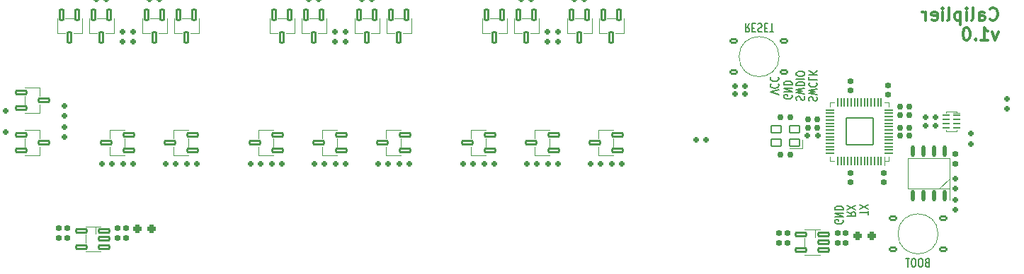
<source format=gbr>
%TF.GenerationSoftware,KiCad,Pcbnew,8.0.4*%
%TF.CreationDate,2024-09-01T22:21:07-05:00*%
%TF.ProjectId,caliper,63616c69-7065-4722-9e6b-696361645f70,rev?*%
%TF.SameCoordinates,Original*%
%TF.FileFunction,Legend,Bot*%
%TF.FilePolarity,Positive*%
%FSLAX46Y46*%
G04 Gerber Fmt 4.6, Leading zero omitted, Abs format (unit mm)*
G04 Created by KiCad (PCBNEW 8.0.4) date 2024-09-01 22:21:07*
%MOMM*%
%LPD*%
G01*
G04 APERTURE LIST*
G04 Aperture macros list*
%AMRoundRect*
0 Rectangle with rounded corners*
0 $1 Rounding radius*
0 $2 $3 $4 $5 $6 $7 $8 $9 X,Y pos of 4 corners*
0 Add a 4 corners polygon primitive as box body*
4,1,4,$2,$3,$4,$5,$6,$7,$8,$9,$2,$3,0*
0 Add four circle primitives for the rounded corners*
1,1,$1+$1,$2,$3*
1,1,$1+$1,$4,$5*
1,1,$1+$1,$6,$7*
1,1,$1+$1,$8,$9*
0 Add four rect primitives between the rounded corners*
20,1,$1+$1,$2,$3,$4,$5,0*
20,1,$1+$1,$4,$5,$6,$7,0*
20,1,$1+$1,$6,$7,$8,$9,0*
20,1,$1+$1,$8,$9,$2,$3,0*%
G04 Aperture macros list end*
%ADD10C,0.300000*%
%ADD11C,0.150000*%
%ADD12C,0.120000*%
%ADD13C,0.800000*%
%ADD14C,6.400000*%
%ADD15R,1.700000X1.700000*%
%ADD16O,1.700000X1.700000*%
%ADD17O,1.700000X0.900000*%
%ADD18O,2.400000X0.900000*%
%ADD19C,0.650000*%
%ADD20R,1.600000X1.600000*%
%ADD21O,1.600000X1.600000*%
%ADD22C,4.000000*%
%ADD23C,2.200000*%
%ADD24RoundRect,0.140000X0.360000X0.210000X-0.360000X0.210000X-0.360000X-0.210000X0.360000X-0.210000X0*%
%ADD25C,1.000000*%
%ADD26RoundRect,0.160000X0.160000X-0.197500X0.160000X0.197500X-0.160000X0.197500X-0.160000X-0.197500X0*%
%ADD27RoundRect,0.130000X0.195000X-0.650000X0.195000X0.650000X-0.195000X0.650000X-0.195000X-0.650000X0*%
%ADD28RoundRect,0.155000X0.212500X0.155000X-0.212500X0.155000X-0.212500X-0.155000X0.212500X-0.155000X0*%
%ADD29RoundRect,0.160000X0.197500X0.160000X-0.197500X0.160000X-0.197500X-0.160000X0.197500X-0.160000X0*%
%ADD30RoundRect,0.130000X-0.650000X-0.195000X0.650000X-0.195000X0.650000X0.195000X-0.650000X0.195000X0*%
%ADD31RoundRect,0.130000X0.650000X0.195000X-0.650000X0.195000X-0.650000X-0.195000X0.650000X-0.195000X0*%
%ADD32RoundRect,0.237500X0.287500X0.237500X-0.287500X0.237500X-0.287500X-0.237500X0.287500X-0.237500X0*%
%ADD33RoundRect,0.100000X0.600000X0.450000X-0.600000X0.450000X-0.600000X-0.450000X0.600000X-0.450000X0*%
%ADD34RoundRect,0.160000X-0.197500X-0.160000X0.197500X-0.160000X0.197500X0.160000X-0.197500X0.160000X0*%
%ADD35RoundRect,0.155000X-0.155000X0.212500X-0.155000X-0.212500X0.155000X-0.212500X0.155000X0.212500X0*%
%ADD36RoundRect,0.137500X0.137500X0.512500X-0.137500X0.512500X-0.137500X-0.512500X0.137500X-0.512500X0*%
%ADD37RoundRect,0.155000X0.155000X-0.212500X0.155000X0.212500X-0.155000X0.212500X-0.155000X-0.212500X0*%
%ADD38RoundRect,0.160000X-0.160000X0.197500X-0.160000X-0.197500X0.160000X-0.197500X0.160000X0.197500X0*%
%ADD39RoundRect,0.155000X-0.212500X-0.155000X0.212500X-0.155000X0.212500X0.155000X-0.212500X0.155000X0*%
%ADD40RoundRect,0.140000X-0.360000X-0.210000X0.360000X-0.210000X0.360000X0.210000X-0.360000X0.210000X0*%
%ADD41RoundRect,0.040000X0.060000X-0.460000X0.060000X0.460000X-0.060000X0.460000X-0.060000X-0.460000X0*%
%ADD42RoundRect,0.040000X-0.460000X-0.060000X0.460000X-0.060000X0.460000X0.060000X-0.460000X0.060000X0*%
%ADD43RoundRect,0.100000X-1.600000X-1.600000X1.600000X-1.600000X1.600000X1.600000X-1.600000X1.600000X0*%
%ADD44RoundRect,0.050000X-0.350000X0.050000X-0.350000X-0.050000X0.350000X-0.050000X0.350000X0.050000X0*%
G04 APERTURE END LIST*
D10*
X58588346Y12256944D02*
X58659774Y12185516D01*
X58659774Y12185516D02*
X58874060Y12114087D01*
X58874060Y12114087D02*
X59016917Y12114087D01*
X59016917Y12114087D02*
X59231203Y12185516D01*
X59231203Y12185516D02*
X59374060Y12328373D01*
X59374060Y12328373D02*
X59445489Y12471230D01*
X59445489Y12471230D02*
X59516917Y12756944D01*
X59516917Y12756944D02*
X59516917Y12971230D01*
X59516917Y12971230D02*
X59445489Y13256944D01*
X59445489Y13256944D02*
X59374060Y13399801D01*
X59374060Y13399801D02*
X59231203Y13542658D01*
X59231203Y13542658D02*
X59016917Y13614087D01*
X59016917Y13614087D02*
X58874060Y13614087D01*
X58874060Y13614087D02*
X58659774Y13542658D01*
X58659774Y13542658D02*
X58588346Y13471230D01*
X57302632Y12114087D02*
X57302632Y12899801D01*
X57302632Y12899801D02*
X57374060Y13042658D01*
X57374060Y13042658D02*
X57516917Y13114087D01*
X57516917Y13114087D02*
X57802632Y13114087D01*
X57802632Y13114087D02*
X57945489Y13042658D01*
X57302632Y12185516D02*
X57445489Y12114087D01*
X57445489Y12114087D02*
X57802632Y12114087D01*
X57802632Y12114087D02*
X57945489Y12185516D01*
X57945489Y12185516D02*
X58016917Y12328373D01*
X58016917Y12328373D02*
X58016917Y12471230D01*
X58016917Y12471230D02*
X57945489Y12614087D01*
X57945489Y12614087D02*
X57802632Y12685516D01*
X57802632Y12685516D02*
X57445489Y12685516D01*
X57445489Y12685516D02*
X57302632Y12756944D01*
X56374060Y12114087D02*
X56516917Y12185516D01*
X56516917Y12185516D02*
X56588346Y12328373D01*
X56588346Y12328373D02*
X56588346Y13614087D01*
X55802632Y12114087D02*
X55802632Y13114087D01*
X55802632Y13614087D02*
X55874060Y13542658D01*
X55874060Y13542658D02*
X55802632Y13471230D01*
X55802632Y13471230D02*
X55731203Y13542658D01*
X55731203Y13542658D02*
X55802632Y13614087D01*
X55802632Y13614087D02*
X55802632Y13471230D01*
X55088346Y13114087D02*
X55088346Y11614087D01*
X55088346Y13042658D02*
X54945489Y13114087D01*
X54945489Y13114087D02*
X54659774Y13114087D01*
X54659774Y13114087D02*
X54516917Y13042658D01*
X54516917Y13042658D02*
X54445489Y12971230D01*
X54445489Y12971230D02*
X54374060Y12828373D01*
X54374060Y12828373D02*
X54374060Y12399801D01*
X54374060Y12399801D02*
X54445489Y12256944D01*
X54445489Y12256944D02*
X54516917Y12185516D01*
X54516917Y12185516D02*
X54659774Y12114087D01*
X54659774Y12114087D02*
X54945489Y12114087D01*
X54945489Y12114087D02*
X55088346Y12185516D01*
X53516917Y12114087D02*
X53659774Y12185516D01*
X53659774Y12185516D02*
X53731203Y12328373D01*
X53731203Y12328373D02*
X53731203Y13614087D01*
X52945489Y12114087D02*
X52945489Y13114087D01*
X52945489Y13614087D02*
X53016917Y13542658D01*
X53016917Y13542658D02*
X52945489Y13471230D01*
X52945489Y13471230D02*
X52874060Y13542658D01*
X52874060Y13542658D02*
X52945489Y13614087D01*
X52945489Y13614087D02*
X52945489Y13471230D01*
X51659774Y12185516D02*
X51802631Y12114087D01*
X51802631Y12114087D02*
X52088346Y12114087D01*
X52088346Y12114087D02*
X52231203Y12185516D01*
X52231203Y12185516D02*
X52302631Y12328373D01*
X52302631Y12328373D02*
X52302631Y12899801D01*
X52302631Y12899801D02*
X52231203Y13042658D01*
X52231203Y13042658D02*
X52088346Y13114087D01*
X52088346Y13114087D02*
X51802631Y13114087D01*
X51802631Y13114087D02*
X51659774Y13042658D01*
X51659774Y13042658D02*
X51588346Y12899801D01*
X51588346Y12899801D02*
X51588346Y12756944D01*
X51588346Y12756944D02*
X52302631Y12614087D01*
X50945489Y12114087D02*
X50945489Y13114087D01*
X50945489Y12828373D02*
X50874060Y12971230D01*
X50874060Y12971230D02*
X50802632Y13042658D01*
X50802632Y13042658D02*
X50659774Y13114087D01*
X50659774Y13114087D02*
X50516917Y13114087D01*
X59588346Y10699171D02*
X59231203Y9699171D01*
X59231203Y9699171D02*
X58874060Y10699171D01*
X57516917Y9699171D02*
X58374060Y9699171D01*
X57945489Y9699171D02*
X57945489Y11199171D01*
X57945489Y11199171D02*
X58088346Y10984885D01*
X58088346Y10984885D02*
X58231203Y10842028D01*
X58231203Y10842028D02*
X58374060Y10770600D01*
X56874061Y9842028D02*
X56802632Y9770600D01*
X56802632Y9770600D02*
X56874061Y9699171D01*
X56874061Y9699171D02*
X56945489Y9770600D01*
X56945489Y9770600D02*
X56874061Y9842028D01*
X56874061Y9842028D02*
X56874061Y9699171D01*
X55874060Y11199171D02*
X55731203Y11199171D01*
X55731203Y11199171D02*
X55588346Y11127742D01*
X55588346Y11127742D02*
X55516918Y11056314D01*
X55516918Y11056314D02*
X55445489Y10913457D01*
X55445489Y10913457D02*
X55374060Y10627742D01*
X55374060Y10627742D02*
X55374060Y10270600D01*
X55374060Y10270600D02*
X55445489Y9984885D01*
X55445489Y9984885D02*
X55516918Y9842028D01*
X55516918Y9842028D02*
X55588346Y9770600D01*
X55588346Y9770600D02*
X55731203Y9699171D01*
X55731203Y9699171D02*
X55874060Y9699171D01*
X55874060Y9699171D02*
X56016918Y9770600D01*
X56016918Y9770600D02*
X56088346Y9842028D01*
X56088346Y9842028D02*
X56159775Y9984885D01*
X56159775Y9984885D02*
X56231203Y10270600D01*
X56231203Y10270600D02*
X56231203Y10627742D01*
X56231203Y10627742D02*
X56159775Y10913457D01*
X56159775Y10913457D02*
X56088346Y11056314D01*
X56088346Y11056314D02*
X56016918Y11127742D01*
X56016918Y11127742D02*
X55874060Y11199171D01*
D11*
X51085714Y-16931009D02*
X50971428Y-16978628D01*
X50971428Y-16978628D02*
X50933333Y-17026247D01*
X50933333Y-17026247D02*
X50895237Y-17121485D01*
X50895237Y-17121485D02*
X50895237Y-17264342D01*
X50895237Y-17264342D02*
X50933333Y-17359580D01*
X50933333Y-17359580D02*
X50971428Y-17407200D01*
X50971428Y-17407200D02*
X51047618Y-17454819D01*
X51047618Y-17454819D02*
X51352380Y-17454819D01*
X51352380Y-17454819D02*
X51352380Y-16454819D01*
X51352380Y-16454819D02*
X51085714Y-16454819D01*
X51085714Y-16454819D02*
X51009523Y-16502438D01*
X51009523Y-16502438D02*
X50971428Y-16550057D01*
X50971428Y-16550057D02*
X50933333Y-16645295D01*
X50933333Y-16645295D02*
X50933333Y-16740533D01*
X50933333Y-16740533D02*
X50971428Y-16835771D01*
X50971428Y-16835771D02*
X51009523Y-16883390D01*
X51009523Y-16883390D02*
X51085714Y-16931009D01*
X51085714Y-16931009D02*
X51352380Y-16931009D01*
X50399999Y-16454819D02*
X50247618Y-16454819D01*
X50247618Y-16454819D02*
X50171428Y-16502438D01*
X50171428Y-16502438D02*
X50095237Y-16597676D01*
X50095237Y-16597676D02*
X50057142Y-16788152D01*
X50057142Y-16788152D02*
X50057142Y-17121485D01*
X50057142Y-17121485D02*
X50095237Y-17311961D01*
X50095237Y-17311961D02*
X50171428Y-17407200D01*
X50171428Y-17407200D02*
X50247618Y-17454819D01*
X50247618Y-17454819D02*
X50399999Y-17454819D01*
X50399999Y-17454819D02*
X50476190Y-17407200D01*
X50476190Y-17407200D02*
X50552380Y-17311961D01*
X50552380Y-17311961D02*
X50590476Y-17121485D01*
X50590476Y-17121485D02*
X50590476Y-16788152D01*
X50590476Y-16788152D02*
X50552380Y-16597676D01*
X50552380Y-16597676D02*
X50476190Y-16502438D01*
X50476190Y-16502438D02*
X50399999Y-16454819D01*
X49561904Y-16454819D02*
X49409523Y-16454819D01*
X49409523Y-16454819D02*
X49333333Y-16502438D01*
X49333333Y-16502438D02*
X49257142Y-16597676D01*
X49257142Y-16597676D02*
X49219047Y-16788152D01*
X49219047Y-16788152D02*
X49219047Y-17121485D01*
X49219047Y-17121485D02*
X49257142Y-17311961D01*
X49257142Y-17311961D02*
X49333333Y-17407200D01*
X49333333Y-17407200D02*
X49409523Y-17454819D01*
X49409523Y-17454819D02*
X49561904Y-17454819D01*
X49561904Y-17454819D02*
X49638095Y-17407200D01*
X49638095Y-17407200D02*
X49714285Y-17311961D01*
X49714285Y-17311961D02*
X49752381Y-17121485D01*
X49752381Y-17121485D02*
X49752381Y-16788152D01*
X49752381Y-16788152D02*
X49714285Y-16597676D01*
X49714285Y-16597676D02*
X49638095Y-16502438D01*
X49638095Y-16502438D02*
X49561904Y-16454819D01*
X48990476Y-16454819D02*
X48533333Y-16454819D01*
X48761905Y-17454819D02*
X48761905Y-16454819D01*
X40997561Y-11859524D02*
X41045180Y-11935714D01*
X41045180Y-11935714D02*
X41045180Y-12050000D01*
X41045180Y-12050000D02*
X40997561Y-12164286D01*
X40997561Y-12164286D02*
X40902323Y-12240476D01*
X40902323Y-12240476D02*
X40807085Y-12278571D01*
X40807085Y-12278571D02*
X40616609Y-12316667D01*
X40616609Y-12316667D02*
X40473752Y-12316667D01*
X40473752Y-12316667D02*
X40283276Y-12278571D01*
X40283276Y-12278571D02*
X40188038Y-12240476D01*
X40188038Y-12240476D02*
X40092800Y-12164286D01*
X40092800Y-12164286D02*
X40045180Y-12050000D01*
X40045180Y-12050000D02*
X40045180Y-11973809D01*
X40045180Y-11973809D02*
X40092800Y-11859524D01*
X40092800Y-11859524D02*
X40140419Y-11821428D01*
X40140419Y-11821428D02*
X40473752Y-11821428D01*
X40473752Y-11821428D02*
X40473752Y-11973809D01*
X40045180Y-11478571D02*
X41045180Y-11478571D01*
X41045180Y-11478571D02*
X40045180Y-11021428D01*
X40045180Y-11021428D02*
X41045180Y-11021428D01*
X40045180Y-10640476D02*
X41045180Y-10640476D01*
X41045180Y-10640476D02*
X41045180Y-10450000D01*
X41045180Y-10450000D02*
X40997561Y-10335714D01*
X40997561Y-10335714D02*
X40902323Y-10259524D01*
X40902323Y-10259524D02*
X40807085Y-10221429D01*
X40807085Y-10221429D02*
X40616609Y-10183333D01*
X40616609Y-10183333D02*
X40473752Y-10183333D01*
X40473752Y-10183333D02*
X40283276Y-10221429D01*
X40283276Y-10221429D02*
X40188038Y-10259524D01*
X40188038Y-10259524D02*
X40092800Y-10335714D01*
X40092800Y-10335714D02*
X40045180Y-10450000D01*
X40045180Y-10450000D02*
X40045180Y-10640476D01*
X36992799Y2440475D02*
X36945179Y2554761D01*
X36945179Y2554761D02*
X36945179Y2745237D01*
X36945179Y2745237D02*
X36992799Y2821428D01*
X36992799Y2821428D02*
X37040418Y2859523D01*
X37040418Y2859523D02*
X37135656Y2897618D01*
X37135656Y2897618D02*
X37230894Y2897618D01*
X37230894Y2897618D02*
X37326132Y2859523D01*
X37326132Y2859523D02*
X37373751Y2821428D01*
X37373751Y2821428D02*
X37421370Y2745237D01*
X37421370Y2745237D02*
X37468989Y2592856D01*
X37468989Y2592856D02*
X37516608Y2516666D01*
X37516608Y2516666D02*
X37564227Y2478571D01*
X37564227Y2478571D02*
X37659465Y2440475D01*
X37659465Y2440475D02*
X37754703Y2440475D01*
X37754703Y2440475D02*
X37849941Y2478571D01*
X37849941Y2478571D02*
X37897560Y2516666D01*
X37897560Y2516666D02*
X37945179Y2592856D01*
X37945179Y2592856D02*
X37945179Y2783333D01*
X37945179Y2783333D02*
X37897560Y2897618D01*
X37945179Y3164285D02*
X36945179Y3354761D01*
X36945179Y3354761D02*
X37659465Y3507142D01*
X37659465Y3507142D02*
X36945179Y3659523D01*
X36945179Y3659523D02*
X37945179Y3850000D01*
X37040418Y4611905D02*
X36992799Y4573809D01*
X36992799Y4573809D02*
X36945179Y4459524D01*
X36945179Y4459524D02*
X36945179Y4383333D01*
X36945179Y4383333D02*
X36992799Y4269047D01*
X36992799Y4269047D02*
X37088037Y4192857D01*
X37088037Y4192857D02*
X37183275Y4154762D01*
X37183275Y4154762D02*
X37373751Y4116666D01*
X37373751Y4116666D02*
X37516608Y4116666D01*
X37516608Y4116666D02*
X37707084Y4154762D01*
X37707084Y4154762D02*
X37802322Y4192857D01*
X37802322Y4192857D02*
X37897560Y4269047D01*
X37897560Y4269047D02*
X37945179Y4383333D01*
X37945179Y4383333D02*
X37945179Y4459524D01*
X37945179Y4459524D02*
X37897560Y4573809D01*
X37897560Y4573809D02*
X37849941Y4611905D01*
X36945179Y5335714D02*
X36945179Y4954762D01*
X36945179Y4954762D02*
X37945179Y4954762D01*
X36945179Y5602381D02*
X37945179Y5602381D01*
X36945179Y6059524D02*
X37516608Y5716666D01*
X37945179Y6059524D02*
X37373751Y5602381D01*
X33350178Y3233333D02*
X32350178Y3500000D01*
X32350178Y3500000D02*
X33350178Y3766666D01*
X32445417Y4490476D02*
X32397798Y4452380D01*
X32397798Y4452380D02*
X32350178Y4338095D01*
X32350178Y4338095D02*
X32350178Y4261904D01*
X32350178Y4261904D02*
X32397798Y4147618D01*
X32397798Y4147618D02*
X32493036Y4071428D01*
X32493036Y4071428D02*
X32588274Y4033333D01*
X32588274Y4033333D02*
X32778750Y3995237D01*
X32778750Y3995237D02*
X32921607Y3995237D01*
X32921607Y3995237D02*
X33112083Y4033333D01*
X33112083Y4033333D02*
X33207321Y4071428D01*
X33207321Y4071428D02*
X33302559Y4147618D01*
X33302559Y4147618D02*
X33350178Y4261904D01*
X33350178Y4261904D02*
X33350178Y4338095D01*
X33350178Y4338095D02*
X33302559Y4452380D01*
X33302559Y4452380D02*
X33254940Y4490476D01*
X32445417Y5290476D02*
X32397798Y5252380D01*
X32397798Y5252380D02*
X32350178Y5138095D01*
X32350178Y5138095D02*
X32350178Y5061904D01*
X32350178Y5061904D02*
X32397798Y4947618D01*
X32397798Y4947618D02*
X32493036Y4871428D01*
X32493036Y4871428D02*
X32588274Y4833333D01*
X32588274Y4833333D02*
X32778750Y4795237D01*
X32778750Y4795237D02*
X32921607Y4795237D01*
X32921607Y4795237D02*
X33112083Y4833333D01*
X33112083Y4833333D02*
X33207321Y4871428D01*
X33207321Y4871428D02*
X33302559Y4947618D01*
X33302559Y4947618D02*
X33350178Y5061904D01*
X33350178Y5061904D02*
X33350178Y5138095D01*
X33350178Y5138095D02*
X33302559Y5252380D01*
X33302559Y5252380D02*
X33254940Y5290476D01*
X34897560Y3140477D02*
X34945179Y3064287D01*
X34945179Y3064287D02*
X34945179Y2950001D01*
X34945179Y2950001D02*
X34897560Y2835715D01*
X34897560Y2835715D02*
X34802322Y2759525D01*
X34802322Y2759525D02*
X34707084Y2721430D01*
X34707084Y2721430D02*
X34516608Y2683334D01*
X34516608Y2683334D02*
X34373751Y2683334D01*
X34373751Y2683334D02*
X34183275Y2721430D01*
X34183275Y2721430D02*
X34088037Y2759525D01*
X34088037Y2759525D02*
X33992799Y2835715D01*
X33992799Y2835715D02*
X33945179Y2950001D01*
X33945179Y2950001D02*
X33945179Y3026192D01*
X33945179Y3026192D02*
X33992799Y3140477D01*
X33992799Y3140477D02*
X34040418Y3178573D01*
X34040418Y3178573D02*
X34373751Y3178573D01*
X34373751Y3178573D02*
X34373751Y3026192D01*
X33945179Y3521430D02*
X34945179Y3521430D01*
X34945179Y3521430D02*
X33945179Y3978573D01*
X33945179Y3978573D02*
X34945179Y3978573D01*
X33945179Y4359525D02*
X34945179Y4359525D01*
X34945179Y4359525D02*
X34945179Y4550001D01*
X34945179Y4550001D02*
X34897560Y4664287D01*
X34897560Y4664287D02*
X34802322Y4740477D01*
X34802322Y4740477D02*
X34707084Y4778572D01*
X34707084Y4778572D02*
X34516608Y4816668D01*
X34516608Y4816668D02*
X34373751Y4816668D01*
X34373751Y4816668D02*
X34183275Y4778572D01*
X34183275Y4778572D02*
X34088037Y4740477D01*
X34088037Y4740477D02*
X33992799Y4664287D01*
X33992799Y4664287D02*
X33945179Y4550001D01*
X33945179Y4550001D02*
X33945179Y4359525D01*
X29838095Y11704819D02*
X29571428Y11228628D01*
X29380952Y11704819D02*
X29380952Y10704819D01*
X29380952Y10704819D02*
X29685714Y10704819D01*
X29685714Y10704819D02*
X29761904Y10752438D01*
X29761904Y10752438D02*
X29799999Y10800057D01*
X29799999Y10800057D02*
X29838095Y10895295D01*
X29838095Y10895295D02*
X29838095Y11038152D01*
X29838095Y11038152D02*
X29799999Y11133390D01*
X29799999Y11133390D02*
X29761904Y11181009D01*
X29761904Y11181009D02*
X29685714Y11228628D01*
X29685714Y11228628D02*
X29380952Y11228628D01*
X30180952Y11181009D02*
X30447618Y11181009D01*
X30561904Y11704819D02*
X30180952Y11704819D01*
X30180952Y11704819D02*
X30180952Y10704819D01*
X30180952Y10704819D02*
X30561904Y10704819D01*
X30866666Y11657200D02*
X30980952Y11704819D01*
X30980952Y11704819D02*
X31171428Y11704819D01*
X31171428Y11704819D02*
X31247619Y11657200D01*
X31247619Y11657200D02*
X31285714Y11609580D01*
X31285714Y11609580D02*
X31323809Y11514342D01*
X31323809Y11514342D02*
X31323809Y11419104D01*
X31323809Y11419104D02*
X31285714Y11323866D01*
X31285714Y11323866D02*
X31247619Y11276247D01*
X31247619Y11276247D02*
X31171428Y11228628D01*
X31171428Y11228628D02*
X31019047Y11181009D01*
X31019047Y11181009D02*
X30942857Y11133390D01*
X30942857Y11133390D02*
X30904762Y11085771D01*
X30904762Y11085771D02*
X30866666Y10990533D01*
X30866666Y10990533D02*
X30866666Y10895295D01*
X30866666Y10895295D02*
X30904762Y10800057D01*
X30904762Y10800057D02*
X30942857Y10752438D01*
X30942857Y10752438D02*
X31019047Y10704819D01*
X31019047Y10704819D02*
X31209524Y10704819D01*
X31209524Y10704819D02*
X31323809Y10752438D01*
X31666667Y11181009D02*
X31933333Y11181009D01*
X32047619Y11704819D02*
X31666667Y11704819D01*
X31666667Y11704819D02*
X31666667Y10704819D01*
X31666667Y10704819D02*
X32047619Y10704819D01*
X32276191Y10704819D02*
X32733334Y10704819D01*
X32504762Y11704819D02*
X32504762Y10704819D01*
X44045180Y-11205523D02*
X44045180Y-10748380D01*
X43045180Y-10976952D02*
X44045180Y-10976952D01*
X44045180Y-10557904D02*
X43045180Y-10024570D01*
X44045180Y-10024570D02*
X43045180Y-10557904D01*
X41545180Y-10883332D02*
X42021371Y-11149999D01*
X41545180Y-11340475D02*
X42545180Y-11340475D01*
X42545180Y-11340475D02*
X42545180Y-11035713D01*
X42545180Y-11035713D02*
X42497561Y-10959523D01*
X42497561Y-10959523D02*
X42449942Y-10921428D01*
X42449942Y-10921428D02*
X42354704Y-10883332D01*
X42354704Y-10883332D02*
X42211847Y-10883332D01*
X42211847Y-10883332D02*
X42116609Y-10921428D01*
X42116609Y-10921428D02*
X42068990Y-10959523D01*
X42068990Y-10959523D02*
X42021371Y-11035713D01*
X42021371Y-11035713D02*
X42021371Y-11340475D01*
X42545180Y-10616666D02*
X41545180Y-10083332D01*
X42545180Y-10083332D02*
X41545180Y-10616666D01*
X35492799Y2554761D02*
X35445179Y2669047D01*
X35445179Y2669047D02*
X35445179Y2859523D01*
X35445179Y2859523D02*
X35492799Y2935714D01*
X35492799Y2935714D02*
X35540418Y2973809D01*
X35540418Y2973809D02*
X35635656Y3011904D01*
X35635656Y3011904D02*
X35730894Y3011904D01*
X35730894Y3011904D02*
X35826132Y2973809D01*
X35826132Y2973809D02*
X35873751Y2935714D01*
X35873751Y2935714D02*
X35921370Y2859523D01*
X35921370Y2859523D02*
X35968989Y2707142D01*
X35968989Y2707142D02*
X36016608Y2630952D01*
X36016608Y2630952D02*
X36064227Y2592857D01*
X36064227Y2592857D02*
X36159465Y2554761D01*
X36159465Y2554761D02*
X36254703Y2554761D01*
X36254703Y2554761D02*
X36349941Y2592857D01*
X36349941Y2592857D02*
X36397560Y2630952D01*
X36397560Y2630952D02*
X36445179Y2707142D01*
X36445179Y2707142D02*
X36445179Y2897619D01*
X36445179Y2897619D02*
X36397560Y3011904D01*
X36445179Y3278571D02*
X35445179Y3469047D01*
X35445179Y3469047D02*
X36159465Y3621428D01*
X36159465Y3621428D02*
X35445179Y3773809D01*
X35445179Y3773809D02*
X36445179Y3964286D01*
X35445179Y4269048D02*
X36445179Y4269048D01*
X36445179Y4269048D02*
X36445179Y4459524D01*
X36445179Y4459524D02*
X36397560Y4573810D01*
X36397560Y4573810D02*
X36302322Y4650000D01*
X36302322Y4650000D02*
X36207084Y4688095D01*
X36207084Y4688095D02*
X36016608Y4726191D01*
X36016608Y4726191D02*
X35873751Y4726191D01*
X35873751Y4726191D02*
X35683275Y4688095D01*
X35683275Y4688095D02*
X35588037Y4650000D01*
X35588037Y4650000D02*
X35492799Y4573810D01*
X35492799Y4573810D02*
X35445179Y4459524D01*
X35445179Y4459524D02*
X35445179Y4269048D01*
X35445179Y5069048D02*
X36445179Y5069048D01*
X36445179Y5602381D02*
X36445179Y5754762D01*
X36445179Y5754762D02*
X36397560Y5830952D01*
X36397560Y5830952D02*
X36302322Y5907143D01*
X36302322Y5907143D02*
X36111846Y5945238D01*
X36111846Y5945238D02*
X35778513Y5945238D01*
X35778513Y5945238D02*
X35588037Y5907143D01*
X35588037Y5907143D02*
X35492799Y5830952D01*
X35492799Y5830952D02*
X35445179Y5754762D01*
X35445179Y5754762D02*
X35445179Y5602381D01*
X35445179Y5602381D02*
X35492799Y5526190D01*
X35492799Y5526190D02*
X35588037Y5450000D01*
X35588037Y5450000D02*
X35778513Y5411904D01*
X35778513Y5411904D02*
X36111846Y5411904D01*
X36111846Y5411904D02*
X36302322Y5450000D01*
X36302322Y5450000D02*
X36397560Y5526190D01*
X36397560Y5526190D02*
X36445179Y5602381D01*
D12*
%TO.C,SW2*%
X52400000Y-13500000D02*
G75*
G02*
X47600000Y-13500000I-2400000J0D01*
G01*
X47600000Y-13500000D02*
G75*
G02*
X52400000Y-13500000I2400000J0D01*
G01*
%TO.C,Q1*%
X8025000Y12330000D02*
X8025000Y10530000D01*
X8025000Y10530000D02*
X9025000Y10530000D01*
X9025000Y12330000D02*
X10025000Y12330000D01*
X10025000Y10530000D02*
X11025000Y10530000D01*
X11025000Y10530000D02*
X11025000Y12330000D01*
%TO.C,Q8*%
X-38965000Y12330000D02*
X-38965000Y10530000D01*
X-38965000Y10530000D02*
X-37965000Y10530000D01*
X-37965000Y12330000D02*
X-36965000Y12330000D01*
X-36965000Y10530000D02*
X-35965000Y10530000D01*
X-35965000Y10530000D02*
X-35965000Y12330000D01*
%TO.C,Q19*%
X-39000000Y-1050000D02*
X-39000000Y-2050000D01*
X-39000000Y-3050000D02*
X-39000000Y-4050000D01*
X-39000000Y-4050000D02*
X-37200000Y-4050000D01*
X-37200000Y-1050000D02*
X-39000000Y-1050000D01*
X-37200000Y-2050000D02*
X-37200000Y-3050000D01*
%TO.C,Q6*%
X-49125000Y12330000D02*
X-49125000Y10530000D01*
X-49125000Y10530000D02*
X-48125000Y10530000D01*
X-48125000Y12330000D02*
X-47125000Y12330000D01*
X-47125000Y10530000D02*
X-46125000Y10530000D01*
X-46125000Y10530000D02*
X-46125000Y12330000D01*
%TO.C,U5*%
X-49549000Y-14607000D02*
X-49549000Y-13607000D01*
X-49549000Y-15607000D02*
X-47749000Y-15607000D01*
X-48349000Y-13507000D02*
X-48349000Y-12607000D01*
X-47749000Y-12607000D02*
X-49549000Y-12607000D01*
%TO.C,X1*%
X34649999Y-3250000D02*
X36149999Y-3250000D01*
X36149999Y-3250000D02*
X36149999Y-2250000D01*
%TO.C,Q16*%
X-13600000Y-1050000D02*
X-13600000Y-2050000D01*
X-13600000Y-3050000D02*
X-13600000Y-4050000D01*
X-13600000Y-4050000D02*
X-11800000Y-4050000D01*
X-11800000Y-1050000D02*
X-13600000Y-1050000D01*
X-11800000Y-2050000D02*
X-11800000Y-3050000D01*
%TO.C,Q12*%
X11835000Y12330000D02*
X11835000Y10530000D01*
X11835000Y10530000D02*
X12835000Y10530000D01*
X12835000Y12330000D02*
X13835000Y12330000D01*
X13835000Y10530000D02*
X14835000Y10530000D01*
X14835000Y10530000D02*
X14835000Y12330000D01*
%TO.C,Q10*%
X-13565000Y12330000D02*
X-13565000Y10530000D01*
X-13565000Y10530000D02*
X-12565000Y10530000D01*
X-12565000Y12330000D02*
X-11565000Y12330000D01*
X-11565000Y10530000D02*
X-10565000Y10530000D01*
X-10565000Y10530000D02*
X-10565000Y12330000D01*
%TO.C,Q5*%
X-42775000Y12330000D02*
X-42775000Y10530000D01*
X-42775000Y10530000D02*
X-41775000Y10530000D01*
X-41775000Y12330000D02*
X-40775000Y12330000D01*
X-40775000Y10530000D02*
X-39775000Y10530000D01*
X-39775000Y10530000D02*
X-39775000Y12330000D01*
%TO.C,Q3*%
X-17375000Y12330000D02*
X-17375000Y10530000D01*
X-17375000Y10530000D02*
X-16375000Y10530000D01*
X-16375000Y12330000D02*
X-15375000Y12330000D01*
X-15375000Y10530000D02*
X-14375000Y10530000D01*
X-14375000Y10530000D02*
X-14375000Y12330000D01*
%TO.C,U7*%
X53750000Y-6850000D02*
X52550000Y-8050000D01*
X53750000Y-9450000D02*
X53750000Y-8050000D01*
X48750000Y-8050000D02*
X53750000Y-8050000D01*
X53750000Y-4450000D01*
X48750000Y-4450000D01*
X48750000Y-8050000D01*
%TO.C,Q9*%
X-27535000Y12330000D02*
X-27535000Y10530000D01*
X-27535000Y10530000D02*
X-26535000Y10530000D01*
X-26535000Y12330000D02*
X-25535000Y12330000D01*
X-25535000Y10530000D02*
X-24535000Y10530000D01*
X-24535000Y10530000D02*
X-24535000Y12330000D01*
%TO.C,Q11*%
X-2135000Y12330000D02*
X-2135000Y10530000D01*
X-2135000Y10530000D02*
X-1135000Y10530000D01*
X-1135000Y12330000D02*
X-135000Y12330000D01*
X-135000Y10530000D02*
X865000Y10530000D01*
X865000Y10530000D02*
X865000Y12330000D01*
%TO.C,Q15*%
X-3440000Y-1050000D02*
X-3440000Y-2050000D01*
X-3440000Y-3050000D02*
X-3440000Y-4050000D01*
X-3440000Y-4050000D02*
X-1640000Y-4050000D01*
X-1640000Y-1050000D02*
X-3440000Y-1050000D01*
X-1640000Y-2050000D02*
X-1640000Y-3050000D01*
%TO.C,Q20*%
X-46620000Y-1050000D02*
X-46620000Y-2050000D01*
X-46620000Y-3050000D02*
X-46620000Y-4050000D01*
X-46620000Y-4050000D02*
X-44820000Y-4050000D01*
X-44820000Y-1050000D02*
X-46620000Y-1050000D01*
X-44820000Y-2050000D02*
X-44820000Y-3050000D01*
%TO.C,Q18*%
X-28840000Y-1050000D02*
X-28840000Y-2050000D01*
X-28840000Y-3050000D02*
X-28840000Y-4050000D01*
X-28840000Y-4050000D02*
X-27040000Y-4050000D01*
X-27040000Y-1050000D02*
X-28840000Y-1050000D01*
X-27040000Y-2050000D02*
X-27040000Y-3050000D01*
%TO.C,Q13*%
X11800000Y-1050000D02*
X11800000Y-2050000D01*
X11800000Y-3050000D02*
X11800000Y-4050000D01*
X11800000Y-4050000D02*
X13600000Y-4050000D01*
X13600000Y-1050000D02*
X11800000Y-1050000D01*
X13600000Y-2050000D02*
X13600000Y-3050000D01*
%TO.C,Q4*%
X-23725000Y12330000D02*
X-23725000Y10530000D01*
X-23725000Y10530000D02*
X-22725000Y10530000D01*
X-22725000Y12330000D02*
X-21725000Y12330000D01*
X-21725000Y10530000D02*
X-20725000Y10530000D01*
X-20725000Y10530000D02*
X-20725000Y12330000D01*
%TO.C,Q22*%
X-56780000Y2030000D02*
X-56780000Y3030000D01*
X-56780000Y1030000D02*
X-54980000Y1030000D01*
X-54980000Y4030000D02*
X-56780000Y4030000D01*
X-54980000Y3030000D02*
X-54980000Y4030000D01*
X-54980000Y1030000D02*
X-54980000Y2030000D01*
%TO.C,SW1*%
X33400000Y7750000D02*
G75*
G02*
X28600000Y7750000I-2400000J0D01*
G01*
X28600000Y7750000D02*
G75*
G02*
X33400000Y7750000I2400000J0D01*
G01*
%TO.C,U6*%
X39500000Y2250000D02*
X40000000Y2250000D01*
X39500000Y1750000D02*
X39500000Y2250000D01*
X39500000Y-4750000D02*
X39500000Y-4250000D01*
X40000000Y-4750000D02*
X39500000Y-4750000D01*
X46000000Y2250000D02*
X46500000Y2250000D01*
X46000000Y-4250000D02*
X46000000Y-5250000D01*
X46500000Y2250000D02*
X46500000Y1750000D01*
X46500000Y-4250000D02*
X46500000Y-4750000D01*
X46500000Y-4750000D02*
X46000000Y-4750000D01*
%TO.C,Q14*%
X4180000Y-1050000D02*
X4180000Y-2050000D01*
X4180000Y-3050000D02*
X4180000Y-4050000D01*
X4180000Y-4050000D02*
X5980000Y-4050000D01*
X5980000Y-1050000D02*
X4180000Y-1050000D01*
X5980000Y-2050000D02*
X5980000Y-3050000D01*
%TO.C,Q7*%
X-52935000Y12330000D02*
X-52935000Y10530000D01*
X-52935000Y10530000D02*
X-51935000Y10530000D01*
X-51935000Y12330000D02*
X-50935000Y12330000D01*
X-50935000Y10530000D02*
X-49935000Y10530000D01*
X-49935000Y10530000D02*
X-49935000Y12330000D01*
%TO.C,Q17*%
X-21220000Y-1050000D02*
X-21220000Y-2050000D01*
X-21220000Y-3050000D02*
X-21220000Y-4050000D01*
X-21220000Y-4050000D02*
X-19420000Y-4050000D01*
X-19420000Y-1050000D02*
X-21220000Y-1050000D01*
X-19420000Y-2050000D02*
X-19420000Y-3050000D01*
%TO.C,U1*%
X36468358Y-15000000D02*
X36468358Y-14000000D01*
X36468358Y-16000000D02*
X38268358Y-16000000D01*
X37668358Y-13900000D02*
X37668358Y-13000000D01*
X38268358Y-13000000D02*
X36468358Y-13000000D01*
%TO.C,Q21*%
X-56780000Y-3050000D02*
X-56780000Y-2050000D01*
X-56780000Y-4050000D02*
X-54980000Y-4050000D01*
X-54980000Y-1050000D02*
X-56780000Y-1050000D01*
X-54980000Y-2050000D02*
X-54980000Y-1050000D01*
X-54980000Y-4050000D02*
X-54980000Y-3050000D01*
%TO.C,Q2*%
X1675000Y12330000D02*
X1675000Y10530000D01*
X1675000Y10530000D02*
X2675000Y10530000D01*
X2675000Y12330000D02*
X3675000Y12330000D01*
X3675000Y10530000D02*
X4675000Y10530000D01*
X4675000Y10530000D02*
X4675000Y12330000D01*
%TO.C,D1*%
X53400000Y1200000D02*
X54600000Y1200000D01*
X53400000Y1000000D02*
X53400000Y1200000D01*
X53400000Y-1000000D02*
X53400000Y-1200000D01*
X53400000Y-1200000D02*
X54600000Y-1200000D01*
X54200000Y1000000D02*
X54600000Y1000000D01*
X54600000Y1000000D02*
X54600000Y1200000D01*
X54600000Y-1000000D02*
X54600000Y-1200000D01*
X55000000Y1000000D02*
X54600000Y1000000D01*
%TD*%
%LPC*%
D13*
%TO.C,M5*%
X-71400000Y9000000D03*
X-70697056Y10697056D03*
X-70697056Y7302944D03*
X-69000000Y11400000D03*
D14*
X-69000000Y9000000D03*
D13*
X-69000000Y6600000D03*
X-67302944Y10697056D03*
X-67302944Y7302944D03*
X-66600000Y9000000D03*
%TD*%
%TO.C,M1*%
X-63360000Y12690000D03*
X-62657056Y14387056D03*
X-62657056Y10992944D03*
X-60960000Y15090000D03*
D14*
X-60960000Y12690000D03*
D13*
X-60960000Y10290000D03*
X-59262944Y14387056D03*
X-59262944Y10992944D03*
X-58560000Y12690000D03*
%TD*%
%TO.C,M3*%
X17920000Y12690000D03*
X18622944Y14387056D03*
X18622944Y10992944D03*
X20320000Y15090000D03*
D14*
X20320000Y12690000D03*
D13*
X20320000Y10290000D03*
X22017056Y14387056D03*
X22017056Y10992944D03*
X22720000Y12690000D03*
%TD*%
D15*
%TO.C,J2*%
X-63500000Y3800000D03*
D16*
X-63500000Y1260000D03*
X-63500000Y-1280000D03*
X-63500000Y-3820000D03*
%TD*%
D17*
%TO.C,J1*%
X62260000Y-4325000D03*
D18*
X58880000Y-4325000D03*
D17*
X62260000Y4325000D03*
D18*
X58880000Y4325000D03*
D19*
X57900000Y-2975000D03*
X57900000Y-2125000D03*
X57900000Y-1275000D03*
X57900000Y-425000D03*
X57900000Y425000D03*
X57900000Y1275000D03*
X57900000Y2125000D03*
X57900000Y2975000D03*
X59250000Y2975000D03*
X59250000Y2125000D03*
X59250000Y1275000D03*
X59250000Y425000D03*
X59250000Y-425000D03*
X59250000Y-1275000D03*
X59250000Y-2125000D03*
X59250000Y-2975000D03*
%TD*%
D20*
%TO.C,U4*%
X-5080000Y-7630000D03*
D21*
X-2540000Y-7630000D03*
X0Y-7630000D03*
X2540000Y-7630000D03*
X5080000Y-7630000D03*
X7620000Y-7630000D03*
X10160000Y-7630000D03*
X12700000Y-7630000D03*
X15240000Y-7630000D03*
X15240000Y7610000D03*
X12700000Y7610000D03*
X10160000Y7610000D03*
X7620000Y7610000D03*
X5080000Y7610000D03*
X2540000Y7610000D03*
X0Y7610000D03*
X-2540000Y7610000D03*
X-5080000Y7610000D03*
%TD*%
D20*
%TO.C,U3*%
X-30480000Y-7630000D03*
D21*
X-27940000Y-7630000D03*
X-25400000Y-7630000D03*
X-22860000Y-7630000D03*
X-20320000Y-7630000D03*
X-17780000Y-7630000D03*
X-15240000Y-7630000D03*
X-12700000Y-7630000D03*
X-10160000Y-7630000D03*
X-10160000Y7610000D03*
X-12700000Y7610000D03*
X-15240000Y7610000D03*
X-17780000Y7610000D03*
X-20320000Y7610000D03*
X-22860000Y7610000D03*
X-25400000Y7610000D03*
X-27940000Y7610000D03*
X-30480000Y7610000D03*
%TD*%
D13*
%TO.C,M4*%
X17920000Y-12710000D03*
X18622944Y-11012944D03*
X18622944Y-14407056D03*
X20320000Y-10310000D03*
D14*
X20320000Y-12710000D03*
D13*
X20320000Y-15110000D03*
X22017056Y-11012944D03*
X22017056Y-14407056D03*
X22720000Y-12710000D03*
%TD*%
D22*
%TO.C,SW3*%
X29210000Y-10000D03*
D23*
X24130000Y2530000D03*
X26670000Y-3820000D03*
%TD*%
D20*
%TO.C,U2*%
X-55880000Y-7630000D03*
D21*
X-53340000Y-7630000D03*
X-50800000Y-7630000D03*
X-48260000Y-7630000D03*
X-45720000Y-7630000D03*
X-43180000Y-7630000D03*
X-40640000Y-7630000D03*
X-38100000Y-7630000D03*
X-35560000Y-7630000D03*
X-35560000Y7610000D03*
X-38100000Y7610000D03*
X-40640000Y7610000D03*
X-43180000Y7610000D03*
X-45720000Y7610000D03*
X-48260000Y7610000D03*
X-50800000Y7610000D03*
X-53340000Y7610000D03*
X-55880000Y7610000D03*
%TD*%
D13*
%TO.C,M2*%
X-63360000Y-12710000D03*
X-62657056Y-11012944D03*
X-62657056Y-14407056D03*
X-60960000Y-10310000D03*
D14*
X-60960000Y-12710000D03*
D13*
X-60960000Y-15110000D03*
X-59262944Y-11012944D03*
X-59262944Y-14407056D03*
X-58560000Y-12710000D03*
%TD*%
D24*
%TO.C,SW2*%
X53000000Y-11650000D03*
X47000000Y-11650000D03*
X53000000Y-15350000D03*
X47000000Y-15350000D03*
%TD*%
D25*
%TO.C,tGND1*%
X40500000Y-9250000D03*
%TD*%
D26*
%TO.C,R25*%
X-19685000Y9552500D03*
X-19685000Y10747500D03*
%TD*%
D27*
%TO.C,Q1*%
X8575000Y12780000D03*
X10475000Y12780000D03*
X9525000Y10080000D03*
%TD*%
%TO.C,Q8*%
X-38415000Y12780000D03*
X-36515000Y12780000D03*
X-37465000Y10080000D03*
%TD*%
D28*
%TO.C,C18*%
X37967500Y240000D03*
X36832500Y240000D03*
%TD*%
D26*
%TO.C,R26*%
X-18415000Y9552500D03*
X-18415000Y10747500D03*
%TD*%
D29*
%TO.C,R7*%
X-43852500Y-5090000D03*
X-45047500Y-5090000D03*
%TD*%
D30*
%TO.C,Q19*%
X-36750000Y-1600000D03*
X-36750000Y-3500000D03*
X-39450000Y-2550000D03*
%TD*%
D29*
%TO.C,R30*%
X29347500Y4250000D03*
X28152500Y4250000D03*
%TD*%
D27*
%TO.C,Q6*%
X-48575000Y12780000D03*
X-46675000Y12780000D03*
X-47625000Y10080000D03*
%TD*%
D31*
%TO.C,U5*%
X-47299000Y-13157000D03*
X-47299000Y-14107000D03*
X-47299000Y-15057000D03*
X-49999000Y-15057000D03*
X-49999000Y-13157000D03*
%TD*%
D32*
%TO.C,FB2*%
X-41595001Y-12912500D03*
X-43345001Y-12912500D03*
%TD*%
D26*
%TO.C,R35*%
X-52070000Y-1877500D03*
X-52070000Y-682500D03*
%TD*%
D29*
%TO.C,R5*%
X3772500Y14605000D03*
X2577500Y14605000D03*
%TD*%
%TO.C,R6*%
X10122500Y14605000D03*
X8927500Y14605000D03*
%TD*%
D26*
%TO.C,R24*%
X-43815000Y9562500D03*
X-43815000Y10757500D03*
%TD*%
%TO.C,R28*%
X6985000Y9552500D03*
X6985000Y10747500D03*
%TD*%
D33*
%TO.C,X1*%
X35249999Y-2550000D03*
X33049999Y-2550000D03*
X33049999Y-950000D03*
X35249999Y-950000D03*
%TD*%
D30*
%TO.C,Q16*%
X-11350000Y-1600000D03*
X-11350000Y-3500000D03*
X-14050000Y-2550000D03*
%TD*%
D27*
%TO.C,Q12*%
X12385000Y12780000D03*
X14285000Y12780000D03*
X13335000Y10080000D03*
%TD*%
D29*
%TO.C,R2*%
X-40677500Y14605000D03*
X-41872500Y14605000D03*
%TD*%
D34*
%TO.C,R29*%
X28152500Y3250000D03*
X29347500Y3250000D03*
%TD*%
D29*
%TO.C,R38*%
X37997499Y-1750000D03*
X36802499Y-1750000D03*
%TD*%
%TO.C,R1*%
X-47027500Y14605000D03*
X-48222500Y14605000D03*
%TD*%
D35*
%TO.C,C13*%
X41900000Y-6182500D03*
X41900000Y-7317500D03*
%TD*%
D27*
%TO.C,Q10*%
X-13015000Y12780000D03*
X-11115000Y12780000D03*
X-12065000Y10080000D03*
%TD*%
%TO.C,Q5*%
X-42225000Y12780000D03*
X-40325000Y12780000D03*
X-41275000Y10080000D03*
%TD*%
D29*
%TO.C,R4*%
X-15277500Y14605000D03*
X-16472500Y14605000D03*
%TD*%
%TO.C,R3*%
X-21627500Y14605000D03*
X-22822500Y14605000D03*
%TD*%
%TO.C,R12*%
X-672500Y-5090000D03*
X-1867500Y-5090000D03*
%TD*%
D27*
%TO.C,Q3*%
X-16825000Y12780000D03*
X-14925000Y12780000D03*
X-15875000Y10080000D03*
%TD*%
D35*
%TO.C,C2*%
X40368358Y-13432500D03*
X40368358Y-14567500D03*
%TD*%
D26*
%TO.C,R27*%
X5715000Y9562500D03*
X5715000Y10757500D03*
%TD*%
D36*
%TO.C,U7*%
X53155000Y-8900000D03*
X51885000Y-8900000D03*
X50615000Y-8900000D03*
X49345000Y-8900000D03*
X49345000Y-3600000D03*
X50615000Y-3600000D03*
X51885000Y-3600000D03*
X53155000Y-3600000D03*
%TD*%
D32*
%TO.C,FB1*%
X44493358Y-13750000D03*
X42743358Y-13750000D03*
%TD*%
D37*
%TO.C,C15*%
X41899999Y3682500D03*
X41899999Y4817500D03*
%TD*%
D27*
%TO.C,Q9*%
X-26985000Y12780000D03*
X-25085000Y12780000D03*
X-26035000Y10080000D03*
%TD*%
D29*
%TO.C,R15*%
X-46392500Y-5090000D03*
X-47587500Y-5090000D03*
%TD*%
D27*
%TO.C,Q11*%
X-1585000Y12780000D03*
X315000Y12780000D03*
X-635000Y10080000D03*
%TD*%
D34*
%TO.C,R42*%
X23432500Y-2190000D03*
X24627500Y-2190000D03*
%TD*%
D38*
%TO.C,R39*%
X54500000Y-9402500D03*
X54500000Y-10597500D03*
%TD*%
D29*
%TO.C,R8*%
X-36232500Y-5090000D03*
X-37427500Y-5090000D03*
%TD*%
D30*
%TO.C,Q15*%
X-1190000Y-1600000D03*
X-1190000Y-3500000D03*
X-3890000Y-2550000D03*
%TD*%
D35*
%TO.C,C6*%
X-45720000Y-12845000D03*
X-45720000Y-13980000D03*
%TD*%
D39*
%TO.C,C12*%
X47832500Y-790000D03*
X48967500Y-790000D03*
%TD*%
D26*
%TO.C,R33*%
X60600000Y1502500D03*
X60600000Y2697500D03*
%TD*%
D29*
%TO.C,R10*%
X-18452500Y-5090000D03*
X-19647500Y-5090000D03*
%TD*%
D35*
%TO.C,C11*%
X45899999Y-6182500D03*
X45899999Y-7317500D03*
%TD*%
D25*
%TO.C,tSWCLK1*%
X37399999Y1750000D03*
%TD*%
D34*
%TO.C,R41*%
X-60287500Y1260000D03*
X-59092500Y1260000D03*
%TD*%
D30*
%TO.C,Q20*%
X-44370000Y-1600000D03*
X-44370000Y-3500000D03*
X-47070000Y-2550000D03*
%TD*%
D39*
%TO.C,C17*%
X47832499Y-1750000D03*
X48967499Y-1750000D03*
%TD*%
D35*
%TO.C,C5*%
X-44720000Y-12845000D03*
X-44720000Y-13980000D03*
%TD*%
%TO.C,C8*%
X-52720000Y-12844999D03*
X-52720000Y-13979999D03*
%TD*%
D30*
%TO.C,Q18*%
X-26590000Y-1600000D03*
X-26590000Y-3500000D03*
X-29290000Y-2550000D03*
%TD*%
D38*
%TO.C,R32*%
X56320000Y-1502500D03*
X56320000Y-2697500D03*
%TD*%
D30*
%TO.C,Q13*%
X14050000Y-1600000D03*
X14050000Y-3500000D03*
X11350000Y-2550000D03*
%TD*%
D25*
%TO.C,tRUN1*%
X32899999Y2300000D03*
%TD*%
D27*
%TO.C,Q4*%
X-23175000Y12780000D03*
X-21275000Y12780000D03*
X-22225000Y10080000D03*
%TD*%
D29*
%TO.C,R20*%
X-3212500Y-5090000D03*
X-4407500Y-5090000D03*
%TD*%
D35*
%TO.C,C19*%
X54500000Y-3932500D03*
X54500000Y-5067500D03*
%TD*%
D39*
%TO.C,C21*%
X33582499Y500000D03*
X34717499Y500000D03*
%TD*%
D38*
%TO.C,R37*%
X54500000Y-6902500D03*
X54500000Y-8097500D03*
%TD*%
D25*
%TO.C,tGND2*%
X34399999Y1750000D03*
%TD*%
D34*
%TO.C,R31*%
X50902500Y-500000D03*
X52097500Y-500000D03*
%TD*%
D29*
%TO.C,R11*%
X-10832500Y-5090000D03*
X-12027500Y-5090000D03*
%TD*%
D35*
%TO.C,C7*%
X-51719999Y-12845000D03*
X-51719999Y-13980000D03*
%TD*%
D31*
%TO.C,Q22*%
X-57230000Y1580000D03*
X-57230000Y3480000D03*
X-54530000Y2530000D03*
%TD*%
D37*
%TO.C,C14*%
X46399999Y3182500D03*
X46399999Y4317500D03*
%TD*%
D29*
%TO.C,R19*%
X-13372500Y-5090000D03*
X-14567500Y-5090000D03*
%TD*%
%TO.C,R17*%
X-28612500Y-5090000D03*
X-29807500Y-5090000D03*
%TD*%
D34*
%TO.C,R36*%
X-60287500Y-1280000D03*
X-59092500Y-1280000D03*
%TD*%
D40*
%TO.C,SW1*%
X28000000Y5900000D03*
X34000000Y5900000D03*
X28000000Y9600000D03*
X34000000Y9600000D03*
%TD*%
D35*
%TO.C,C1*%
X41368358Y-13432500D03*
X41368358Y-14567500D03*
%TD*%
D25*
%TO.C,tTX1*%
X43500000Y-9250000D03*
%TD*%
D35*
%TO.C,C3*%
X34368358Y-13432500D03*
X34368358Y-14567500D03*
%TD*%
D29*
%TO.C,R9*%
X-26072500Y-5090000D03*
X-27267500Y-5090000D03*
%TD*%
%TO.C,R34*%
X52097500Y500000D03*
X50902500Y500000D03*
%TD*%
D28*
%TO.C,C10*%
X37967499Y-750000D03*
X36832499Y-750000D03*
%TD*%
D29*
%TO.C,R22*%
X12027500Y-5090000D03*
X10832500Y-5090000D03*
%TD*%
D39*
%TO.C,C9*%
X47832499Y1750000D03*
X48967499Y1750000D03*
%TD*%
D41*
%TO.C,U6*%
X45600000Y-4750000D03*
X45200000Y-4750000D03*
X44800000Y-4750000D03*
X44400000Y-4750000D03*
X44000000Y-4750000D03*
X43600000Y-4750000D03*
X43200000Y-4750000D03*
X42800000Y-4750000D03*
X42400000Y-4750000D03*
X42000000Y-4750000D03*
X41600000Y-4750000D03*
X41200000Y-4750000D03*
X40800000Y-4750000D03*
X40400000Y-4750000D03*
D42*
X39500000Y-3850000D03*
X39500000Y-3450000D03*
X39500000Y-3050000D03*
X39500000Y-2650000D03*
X39500000Y-2250000D03*
X39500000Y-1850000D03*
X39500000Y-1450000D03*
X39500000Y-1050000D03*
X39500000Y-650000D03*
X39500000Y-250000D03*
X39500000Y150000D03*
X39500000Y550000D03*
X39500000Y950000D03*
X39500000Y1350000D03*
D41*
X40400000Y2250000D03*
X40800000Y2250000D03*
X41200000Y2250000D03*
X41600000Y2250000D03*
X42000000Y2250000D03*
X42400000Y2250000D03*
X42800000Y2250000D03*
X43200000Y2250000D03*
X43600000Y2250000D03*
X44000000Y2250000D03*
X44400000Y2250000D03*
X44800000Y2250000D03*
X45200000Y2250000D03*
X45600000Y2250000D03*
D42*
X46500000Y1350000D03*
X46500000Y950000D03*
X46500000Y550000D03*
X46500000Y150000D03*
X46500000Y-250000D03*
X46500000Y-650000D03*
X46500000Y-1050000D03*
X46500000Y-1450000D03*
X46500000Y-1850000D03*
X46500000Y-2250000D03*
X46500000Y-2650000D03*
X46500000Y-3050000D03*
X46500000Y-3450000D03*
X46500000Y-3850000D03*
D43*
X43000000Y-1250000D03*
%TD*%
D30*
%TO.C,Q14*%
X6430000Y-1600000D03*
X6430000Y-3500000D03*
X3730000Y-2550000D03*
%TD*%
D39*
%TO.C,C16*%
X47832499Y750000D03*
X48967499Y750000D03*
%TD*%
D25*
%TO.C,tRX1*%
X42000000Y-9250000D03*
%TD*%
D38*
%TO.C,R40*%
X-52070000Y1857500D03*
X-52070000Y662500D03*
%TD*%
D27*
%TO.C,Q7*%
X-52385000Y12780000D03*
X-50485000Y12780000D03*
X-51435000Y10080000D03*
%TD*%
D25*
%TO.C,tSWDIO1*%
X35899999Y1750000D03*
%TD*%
D30*
%TO.C,Q17*%
X-18970000Y-1600000D03*
X-18970000Y-3500000D03*
X-21670000Y-2550000D03*
%TD*%
D31*
%TO.C,U1*%
X38718358Y-13550000D03*
X38718358Y-14500000D03*
X38718358Y-15450000D03*
X36018358Y-15450000D03*
X36018358Y-13550000D03*
%TD*%
D29*
%TO.C,R18*%
X-20992500Y-5090000D03*
X-22187500Y-5090000D03*
%TD*%
D26*
%TO.C,R23*%
X-45085000Y9562500D03*
X-45085000Y10757500D03*
%TD*%
D31*
%TO.C,Q21*%
X-57230000Y-3500000D03*
X-57230000Y-1600000D03*
X-54530000Y-2550000D03*
%TD*%
D29*
%TO.C,R14*%
X14567500Y-5090000D03*
X13372500Y-5090000D03*
%TD*%
%TO.C,R21*%
X4407500Y-5090000D03*
X3212500Y-5090000D03*
%TD*%
D27*
%TO.C,Q2*%
X2225000Y12780000D03*
X4125000Y12780000D03*
X3175000Y10080000D03*
%TD*%
D29*
%TO.C,R16*%
X-38772500Y-5090000D03*
X-39967500Y-5090000D03*
%TD*%
D35*
%TO.C,C4*%
X33368358Y-13432500D03*
X33368358Y-14567500D03*
%TD*%
D44*
%TO.C,D1*%
X54600000Y750000D03*
X54600000Y250000D03*
X54600000Y-250000D03*
X54600000Y-750000D03*
X53400000Y-750000D03*
X53400000Y-250000D03*
X53400000Y250000D03*
X53400000Y750000D03*
%TD*%
D28*
%TO.C,C20*%
X34717499Y-4000000D03*
X33582499Y-4000000D03*
%TD*%
D29*
%TO.C,R13*%
X6947500Y-5090000D03*
X5752500Y-5090000D03*
%TD*%
%LPD*%
M02*

</source>
